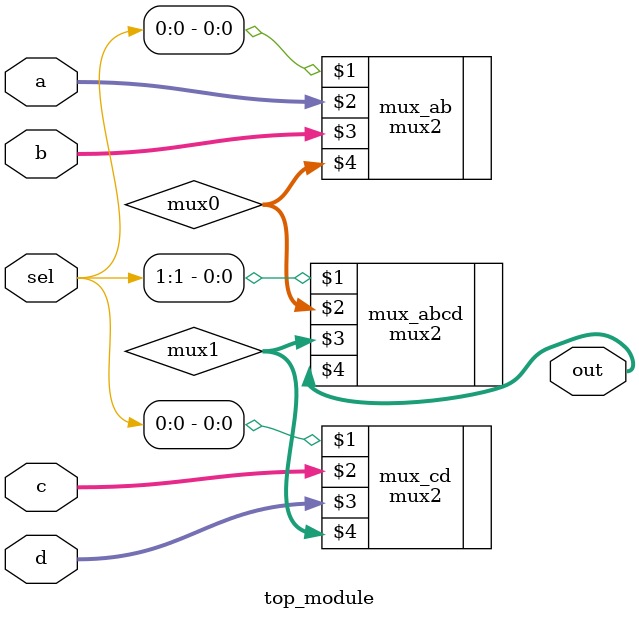
<source format=v>
module top_module (
    input [1:0] sel,
    input [7:0] a,
    input [7:0] b,
    input [7:0] c,
    input [7:0] d,
    output [7:0] out  ); //

    wire [7:0]mux0, mux1;
    mux2 mux_ab ( sel[0],    a,    b, mux0 );
    mux2 mux_cd ( sel[0],    c,    d, mux1 );
    mux2 mux_abcd ( sel[1], mux0, mux1,  out );

endmodule

</source>
